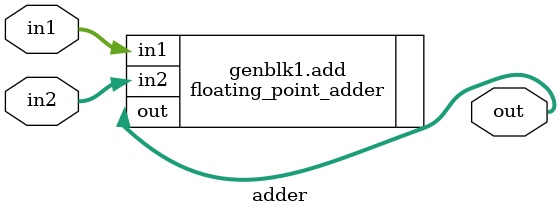
<source format=v>
`timescale 1ns / 1ps


module 
 adder #(parameter
	ARITH_TYPE = 0,
	DATA_WIDTH = 32,
	E = 8, 
	M = 24 )
    (
    input [DATA_WIDTH-1:0] in1,
    input [DATA_WIDTH-1:0] in2,
    output [DATA_WIDTH-1:0] out
    );
     
    generate
		if (ARITH_TYPE)
			fixed_point_adder    #(.DATA_WIDTH(DATA_WIDTH)) add (.in1(in1), .in2(in2), .out(out));
		else
			floating_point_adder #(.DATA_WIDTH(DATA_WIDTH), .E(8), .M(24)) add (.in1(in1), .in2(in2), .out(out));
	endgenerate
    
endmodule

</source>
